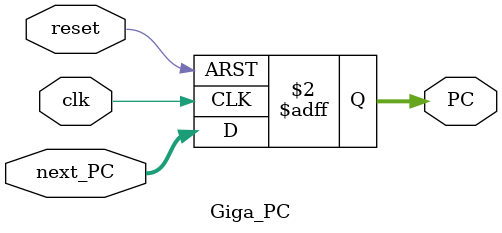
<source format=v>
`timescale 1ns/ 1ps

module Giga_PC(
    input clk,
    input reset,       // Reset signal
    input [31:0] next_PC,
    output reg [31:0] PC
);
    // Initialize the program counter to 0 on reset
    always @(posedge clk or posedge reset) begin
        if (reset) begin
            // Reset the program counter to 0 when reset is high
            PC <= 32'b0;
        end else begin
            // Update the program counter with next_PC on clock edge
            PC <= next_PC;
        end
    end
endmodule
</source>
